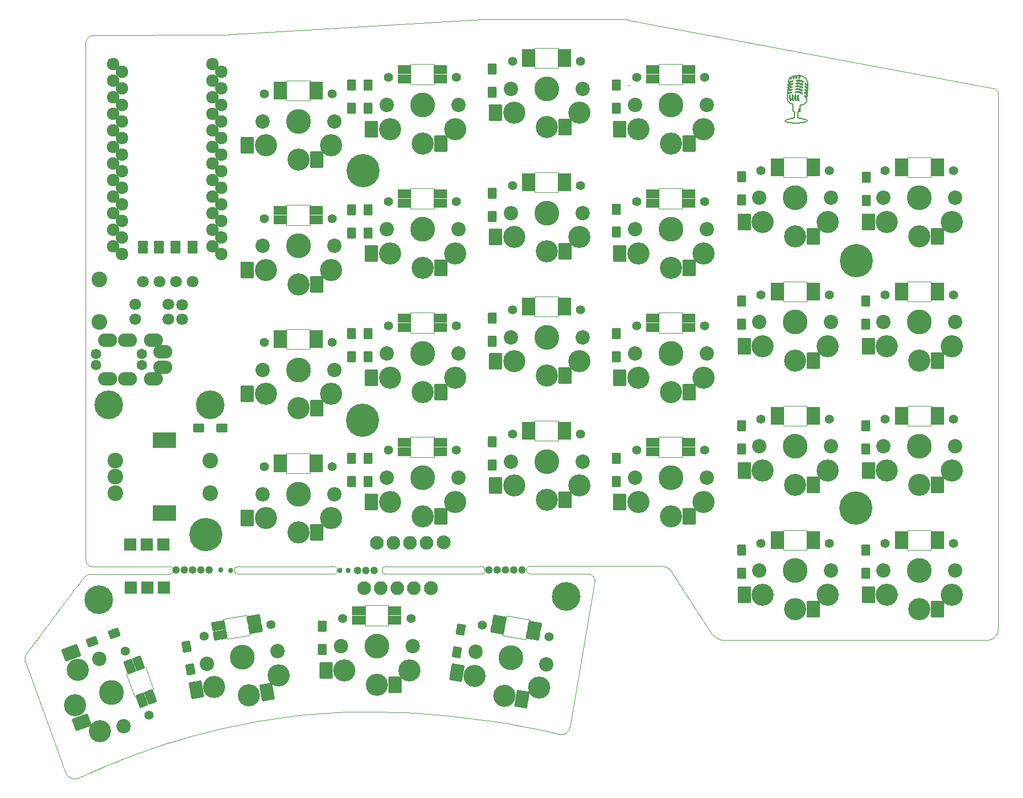
<source format=gbs>
%TF.GenerationSoftware,KiCad,Pcbnew,(6.0.0)*%
%TF.CreationDate,2022-08-16T23:55:00+02:00*%
%TF.ProjectId,SofleKeyboard,536f666c-654b-4657-9962-6f6172642e6b,rev?*%
%TF.SameCoordinates,Original*%
%TF.FileFunction,Soldermask,Bot*%
%TF.FilePolarity,Negative*%
%FSLAX46Y46*%
G04 Gerber Fmt 4.6, Leading zero omitted, Abs format (unit mm)*
G04 Created by KiCad (PCBNEW (6.0.0)) date 2022-08-16 23:55:00*
%MOMM*%
%LPD*%
G01*
G04 APERTURE LIST*
G04 Aperture macros list*
%AMRoundRect*
0 Rectangle with rounded corners*
0 $1 Rounding radius*
0 $2 $3 $4 $5 $6 $7 $8 $9 X,Y pos of 4 corners*
0 Add a 4 corners polygon primitive as box body*
4,1,4,$2,$3,$4,$5,$6,$7,$8,$9,$2,$3,0*
0 Add four circle primitives for the rounded corners*
1,1,$1+$1,$2,$3*
1,1,$1+$1,$4,$5*
1,1,$1+$1,$6,$7*
1,1,$1+$1,$8,$9*
0 Add four rect primitives between the rounded corners*
20,1,$1+$1,$2,$3,$4,$5,0*
20,1,$1+$1,$4,$5,$6,$7,0*
20,1,$1+$1,$6,$7,$8,$9,0*
20,1,$1+$1,$8,$9,$2,$3,0*%
G04 Aperture macros list end*
%ADD10C,0.200000*%
%ADD11C,0.090000*%
%TA.AperFunction,Profile*%
%ADD12C,0.120000*%
%TD*%
%ADD13C,1.187400*%
%ADD14C,4.400000*%
%ADD15C,1.797000*%
%ADD16C,1.600000*%
%ADD17O,2.900000X2.100000*%
%ADD18C,5.100000*%
%ADD19C,1.924000*%
%ADD20C,2.400000*%
%ADD21RoundRect,0.200000X-0.475000X0.650000X-0.475000X-0.650000X0.475000X-0.650000X0.475000X0.650000X0*%
%ADD22RoundRect,0.200000X-0.650000X-0.475000X0.650000X-0.475000X0.650000X0.475000X-0.650000X0.475000X0*%
%ADD23RoundRect,0.200000X0.448341X0.668667X-0.773260X0.224041X-0.448341X-0.668667X0.773260X-0.224041X0*%
%ADD24C,2.200000*%
%ADD25C,3.400000*%
%ADD26C,3.800000*%
%ADD27C,1.400000*%
%ADD28RoundRect,0.200000X0.850000X0.500000X-0.850000X0.500000X-0.850000X-0.500000X0.850000X-0.500000X0*%
%ADD29RoundRect,0.200000X0.800000X1.100000X-0.800000X1.100000X-0.800000X-1.100000X0.800000X-1.100000X0*%
%ADD30RoundRect,0.200000X0.760563X-0.627729X0.179129X0.969749X-0.760563X0.627729X-0.179129X-0.969749X0*%
%ADD31RoundRect,0.200000X1.307278X-0.375532X0.760046X1.127976X-1.307278X0.375532X-0.760046X-1.127976X0*%
%ADD32RoundRect,0.200000X-1.600000X-1.000000X1.600000X-1.000000X1.600000X1.000000X-1.600000X1.000000X0*%
%ADD33RoundRect,0.200000X0.750263X0.640005X-0.923911X0.344803X-0.750263X-0.640005X0.923911X-0.344803X0*%
%ADD34RoundRect,0.200000X0.596833X1.222207X-0.978859X0.944370X-0.596833X-1.222207X0.978859X-0.944370X0*%
%ADD35RoundRect,0.200000X0.923911X0.344803X-0.750263X0.640005X-0.923911X-0.344803X0.750263X-0.640005X0*%
%ADD36RoundRect,0.200000X0.978859X0.944370X-0.596833X1.222207X-0.978859X-0.944370X0.596833X-1.222207X0*%
%ADD37RoundRect,0.200000X-0.580655X0.557642X-0.354912X-0.722608X0.580655X-0.557642X0.354912X0.722608X0*%
%ADD38RoundRect,0.200000X-0.354912X0.722608X-0.580655X-0.557642X0.354912X-0.722608X0.580655X0.557642X0*%
%ADD39C,0.793700*%
%ADD40C,2.100000*%
%ADD41O,2.100000X2.100000*%
%ADD42C,2.152600*%
%ADD43RoundRect,0.200000X-0.762000X-0.762000X0.762000X-0.762000X0.762000X0.762000X-0.762000X0.762000X0*%
%ADD44RoundRect,0.200000X-0.762000X0.762000X-0.762000X-0.762000X0.762000X-0.762000X0.762000X0.762000X0*%
%ADD45RoundRect,0.200000X0.571500X-0.317500X0.571500X0.317500X-0.571500X0.317500X-0.571500X-0.317500X0*%
G04 APERTURE END LIST*
D10*
X197011747Y-43341991D02*
X197015256Y-43310232D01*
X197039953Y-45557446D02*
X197241922Y-45573201D01*
X197438599Y-45614761D01*
X197627338Y-45681460D01*
X197805497Y-45772635D01*
X196122740Y-46802741D02*
X196161540Y-46788637D01*
X196690707Y-48541932D02*
X196623678Y-48541932D01*
X198309966Y-44643742D02*
X198309966Y-44735468D01*
X197163438Y-44689605D02*
X197370331Y-44706658D01*
X197571779Y-44751231D01*
X197764022Y-44822386D01*
X197865463Y-44873056D01*
X196087471Y-43278494D02*
X196066283Y-43468986D01*
X196193300Y-43483111D02*
X196214465Y-43289066D01*
X196270900Y-43811192D02*
X196063291Y-43858255D01*
X195872051Y-43949597D01*
X195755859Y-44033444D01*
X196920021Y-46721609D02*
X196873278Y-46526696D01*
X196862986Y-46319542D01*
X196863564Y-46305333D01*
X196616637Y-43299660D02*
X196686762Y-43106323D01*
X196771839Y-43006848D01*
X196923552Y-44587307D02*
X196867096Y-44657846D01*
X196098043Y-43207934D02*
X196087471Y-43278494D01*
X198013623Y-43945249D02*
X197985395Y-43860586D01*
X197308068Y-46845072D02*
X197339827Y-46838010D01*
X197336296Y-48146823D02*
X197417428Y-48312640D01*
X196412020Y-48192686D02*
X196426123Y-47360135D01*
X195568876Y-46397037D02*
X195611208Y-45846705D01*
X197872525Y-45663275D02*
X197677885Y-45562842D01*
X197471672Y-45489526D01*
X197256859Y-45443990D01*
X197036422Y-45426899D01*
X198436961Y-45839664D02*
X198572040Y-45997896D01*
X198623922Y-46076019D01*
X198620412Y-44541444D02*
X198736814Y-44671971D01*
X196606044Y-43391385D02*
X196616637Y-43299660D01*
X196447289Y-43857055D02*
X196373220Y-43800598D01*
X196867096Y-44657846D02*
X196937656Y-44714302D01*
X196902386Y-44230998D02*
X196976456Y-44287433D01*
X195904019Y-46167745D02*
X195912164Y-46381197D01*
X195961788Y-46578117D01*
X196061957Y-46763297D01*
X196073346Y-46778044D01*
X198525156Y-45747938D02*
X198338173Y-45568018D01*
X196256797Y-45091777D02*
X196083939Y-45109412D01*
X197089347Y-44996520D02*
X196888261Y-45017686D01*
X197099941Y-44992989D02*
X197089347Y-44996520D01*
X197223405Y-44255695D02*
X197443204Y-44275207D01*
X197656417Y-44325864D01*
X197858514Y-44405718D01*
X197897201Y-44425022D01*
X197872525Y-49639066D02*
X198086350Y-49670408D01*
X198305990Y-49715747D01*
X198503709Y-49777535D01*
X198669632Y-49899609D01*
X198673316Y-49921306D01*
X198698013Y-45137640D02*
X198676847Y-45412795D01*
X198281738Y-45197606D02*
X198500458Y-45409264D01*
X198218241Y-46033688D02*
X198218241Y-46121882D01*
X197029381Y-45426899D02*
X196852992Y-45448086D01*
X198401692Y-44643742D02*
X198309966Y-44643742D01*
X197928960Y-43976987D02*
X197957188Y-43980518D01*
X196172134Y-46696912D02*
X196075633Y-46511681D01*
X196033004Y-46306397D01*
X196031014Y-46178317D01*
X197336296Y-48146823D02*
X197417428Y-48312640D01*
X196489621Y-43289066D02*
X196479049Y-43377261D01*
X195625311Y-45680910D02*
X195646498Y-45437492D01*
X198712117Y-44449719D02*
X198429899Y-44178073D01*
X197470353Y-48541932D02*
X197219873Y-48541932D01*
X196976456Y-44287433D02*
X197223405Y-44255695D01*
X196948228Y-43401958D02*
X197011747Y-43341991D01*
X198641578Y-45874933D02*
X198525156Y-45747938D01*
X197805497Y-45772635D02*
X197837235Y-45783208D01*
X196958821Y-44156907D02*
X196902386Y-44230998D01*
X198309966Y-46030156D02*
X198218241Y-46033688D01*
X197569120Y-48277349D02*
X197537510Y-48482732D01*
X197470353Y-48541932D01*
X196147437Y-44679011D02*
X195951301Y-44722281D01*
X195756689Y-44813136D01*
X195692340Y-44855400D01*
X196867096Y-45575081D02*
X197039953Y-45557446D01*
X198662744Y-45603287D02*
X198641578Y-45874933D01*
X198182950Y-43250266D02*
X198436961Y-43486621D01*
X197417428Y-48312640D02*
X197495050Y-48146823D01*
X195981620Y-45931390D02*
X195914591Y-45994887D01*
X198648619Y-44883629D02*
X198401692Y-44643742D01*
X196426123Y-47360135D02*
X196267369Y-47300169D01*
X198602756Y-46340603D02*
X198469807Y-46186489D01*
X198465189Y-46181848D01*
X196863564Y-46305333D02*
X196877689Y-45973721D01*
X196479049Y-43377261D02*
X196535484Y-43447820D01*
X197985395Y-44396794D02*
X197957188Y-44308599D01*
X196464924Y-45973721D02*
X196404958Y-45903162D01*
X198736814Y-44671971D02*
X198715648Y-44950657D01*
X197417428Y-47977497D02*
X197336296Y-48146823D01*
X197410387Y-43387854D02*
X197473885Y-43331419D01*
X197897201Y-44425022D02*
X197925429Y-44432084D01*
X196390854Y-43927593D02*
X196447289Y-43857055D01*
X196881221Y-46806272D02*
X196920021Y-46721609D01*
X197011747Y-43857055D02*
X197286902Y-43825295D01*
X197152845Y-46379403D02*
X197162096Y-46579628D01*
X197230924Y-46779590D01*
X197251633Y-46816844D01*
X196327357Y-45148212D02*
X196256797Y-45091777D01*
X197897201Y-44880097D02*
X197953657Y-44848359D01*
X197957188Y-44308599D02*
X197760613Y-44225303D01*
X197554412Y-44166862D01*
X197342356Y-44134685D01*
X197223405Y-44128679D01*
X196023952Y-45543321D02*
X195827899Y-45586727D01*
X195636597Y-45674046D01*
X195625311Y-45680910D01*
X196831827Y-45088246D02*
X196902386Y-45144681D01*
X196860033Y-46809803D02*
X196881221Y-46806272D01*
X195755859Y-44033444D02*
X195777024Y-43790026D01*
X196577815Y-43035076D02*
X196499437Y-43221605D01*
X196489621Y-43289066D01*
X198676847Y-45412795D02*
X198588653Y-45317538D01*
X196771839Y-43006848D02*
X197036422Y-42964517D01*
X198341704Y-44269799D02*
X198620412Y-44541444D01*
X197928960Y-44760165D02*
X197746786Y-44676208D01*
X197556343Y-44615081D01*
X197359945Y-44577106D01*
X197159907Y-44562610D01*
X198376995Y-46273574D02*
X198511842Y-46429294D01*
X198588653Y-46548751D01*
X195611208Y-45846705D02*
X195784835Y-45741114D01*
X195979219Y-45679058D01*
X196038077Y-45670316D01*
X198623922Y-46076019D02*
X198602756Y-46340603D01*
X196373220Y-43800598D02*
X196270900Y-43811192D01*
X197417428Y-48312640D02*
X197495050Y-48146823D01*
X197360993Y-46749815D02*
X197287948Y-46554392D01*
X197279840Y-46393528D01*
X198560425Y-44975354D02*
X198694354Y-45132347D01*
X198698013Y-45137640D01*
X196877689Y-45973721D02*
X196814192Y-45906693D01*
X198341704Y-44181604D02*
X198341704Y-44269799D01*
X197495050Y-48146823D02*
X197417428Y-47977497D01*
X196503746Y-46820375D02*
X196539015Y-46809803D01*
X196997622Y-43730038D02*
X196941187Y-43800598D01*
X196733038Y-46298271D02*
X196739691Y-46501485D01*
X196778750Y-46701453D01*
X196800067Y-46767471D01*
X196690707Y-49473271D02*
X196690707Y-48541932D01*
X195741734Y-44223936D02*
X195901230Y-44082661D01*
X196091366Y-43984141D01*
X196285025Y-43938187D01*
X196814192Y-45906693D02*
X196747163Y-45966659D01*
X196937656Y-44714302D02*
X197163438Y-44689605D01*
X197036422Y-45426899D02*
X197029381Y-45426899D01*
X196214465Y-43289066D02*
X196281494Y-43105636D01*
X198436961Y-43486621D02*
X198573179Y-43641216D01*
X198674773Y-43819291D01*
X198739526Y-44015975D01*
X198765219Y-44226396D01*
X198761511Y-44350931D01*
X196038077Y-49639066D02*
X196239141Y-49550573D01*
X196457697Y-49500625D01*
X196663412Y-49475378D01*
X196690707Y-49473271D01*
X198218241Y-46121882D02*
X198376995Y-46273574D01*
X196337929Y-45963128D02*
X196320294Y-46241836D01*
X195777024Y-43790026D02*
X195823054Y-43579554D01*
X195922054Y-43391180D01*
X196064981Y-43234587D01*
X196098043Y-43207934D01*
X196320294Y-46241836D02*
X196326720Y-46446219D01*
X196380197Y-46654223D01*
X196450820Y-46792168D01*
X196041608Y-47204912D02*
X195854714Y-47091719D01*
X195709822Y-46934593D01*
X195612472Y-46743282D01*
X195568206Y-46527537D01*
X195568876Y-46397037D01*
X196404958Y-45903162D02*
X196337929Y-45963128D01*
X197283371Y-42925716D02*
X197286902Y-42922185D01*
X197925429Y-44432084D02*
X197985395Y-44396794D01*
X195914591Y-45994887D02*
X195904019Y-46167745D01*
X197417428Y-47977497D02*
X197336296Y-48146823D01*
X198249979Y-45568018D02*
X198249979Y-45659744D01*
X196129802Y-43539546D02*
X196193300Y-43483111D01*
X195237264Y-49921306D02*
X195406879Y-49777535D01*
X195604605Y-49715747D01*
X195824250Y-49670408D01*
X196038077Y-49639066D01*
X197159907Y-44562610D02*
X197152845Y-44562610D01*
X196852992Y-45448086D02*
X196796536Y-45518624D01*
X196083939Y-45109412D02*
X195888634Y-45153960D01*
X195695960Y-45245106D01*
X195660602Y-45268166D01*
X196800067Y-46767471D02*
X196860033Y-46809803D01*
X196270900Y-45218772D02*
X196327357Y-45148212D01*
X197015256Y-43310232D02*
X197081178Y-43120466D01*
X197216031Y-42972180D01*
X197283371Y-42925716D01*
X198338173Y-45568018D02*
X198249979Y-45568018D01*
X197953657Y-44848359D02*
X197928960Y-44760165D01*
X196955290Y-50259958D02*
X196693620Y-50256054D01*
X196444352Y-50244726D01*
X196210396Y-50226551D01*
X195994666Y-50202102D01*
X195740412Y-50160742D01*
X195530640Y-50110618D01*
X195341498Y-50037717D01*
X195237264Y-49921306D01*
X197865463Y-44873056D02*
X197897201Y-44880097D01*
X197212811Y-44128679D02*
X196958821Y-44156907D01*
X196232100Y-45649150D02*
X196288535Y-45578612D01*
X196288535Y-45578612D02*
X196217997Y-45522155D01*
X197315130Y-45998418D02*
X197258674Y-45931390D01*
X196041608Y-46001928D02*
X195981620Y-45931390D01*
X196623678Y-48541932D02*
X196563712Y-48510194D01*
X197985395Y-43860586D02*
X197796821Y-43783078D01*
X197600818Y-43729489D01*
X197398325Y-43700285D01*
X197283371Y-43694769D01*
X196221506Y-44372096D02*
X196348523Y-44357993D01*
X197495050Y-48146823D02*
X197417428Y-47977497D01*
X197251633Y-46816844D02*
X197308068Y-46845072D01*
X195646498Y-45437492D02*
X195814302Y-45324130D01*
X196004377Y-45253451D01*
X196098043Y-45236406D01*
X197223405Y-44128679D02*
X197212811Y-44128679D01*
X197286902Y-42922185D02*
X197491923Y-42932008D01*
X197547954Y-42939820D01*
X195724099Y-44442656D02*
X195741734Y-44223936D01*
X195692340Y-44855400D02*
X195709996Y-44626108D01*
X197279840Y-46393528D02*
X197315130Y-45998418D01*
X196066283Y-43468986D02*
X196126271Y-43539546D01*
X196404958Y-44287433D02*
X196334398Y-44230998D01*
X196447289Y-46248877D02*
X196464924Y-45973721D01*
X197152845Y-44562610D02*
X196923552Y-44587307D01*
X196161540Y-46788637D02*
X196172134Y-46696912D01*
X198249979Y-45659744D02*
X198436961Y-45839664D01*
X197417428Y-48312640D02*
X197495050Y-48146823D01*
X197036422Y-42964517D02*
X196924948Y-43142839D01*
X196884730Y-43299660D01*
X198578081Y-46672214D02*
X198534918Y-46881291D01*
X198446347Y-47070910D01*
X198319150Y-47234528D01*
X198160109Y-47365607D01*
X197976006Y-47457605D01*
X197773625Y-47503983D01*
X197689074Y-47508296D01*
X197569120Y-47508296D02*
X197569120Y-48277349D01*
X197336296Y-48146823D02*
X197417428Y-48312640D01*
X195678236Y-45031789D02*
X195840145Y-44911681D01*
X196026985Y-44832870D01*
X196161540Y-44806028D01*
X197099941Y-45123515D02*
X197317978Y-45141484D01*
X197529371Y-45189118D01*
X197730823Y-45265946D01*
X197837235Y-45321070D01*
X198429899Y-44178073D02*
X198341704Y-44181604D01*
X196281494Y-43105636D02*
X196450820Y-43056242D01*
X197547954Y-42939820D02*
X197419604Y-43101876D01*
X197348687Y-43300576D01*
X197346868Y-43313763D01*
X198588653Y-45317538D02*
X198369932Y-45105880D01*
X196285025Y-43938187D02*
X196390854Y-43927593D01*
X197283371Y-43694769D02*
X197276330Y-43694769D01*
X198715648Y-44950657D02*
X198648619Y-44883629D01*
X196334398Y-44230998D02*
X196207403Y-44245102D01*
X198500458Y-45409264D02*
X198635875Y-45564328D01*
X198662744Y-45603287D01*
X196902386Y-45144681D02*
X197099941Y-45123515D01*
X196884730Y-43331419D02*
X196941187Y-43401958D01*
X196888261Y-45017686D02*
X196831827Y-45088246D01*
X198588653Y-46548751D02*
X198578081Y-46672214D01*
X196884730Y-43299660D02*
X196884730Y-43331419D01*
X196295597Y-44661377D02*
X196147437Y-44679011D01*
X197188136Y-45987825D02*
X197152845Y-46379403D01*
X196941187Y-43401958D02*
X196948228Y-43401958D01*
X196098043Y-45236406D02*
X196270900Y-45218772D01*
X198278207Y-45105880D02*
X198281738Y-45197606D01*
X196309701Y-44788372D02*
X196366157Y-44717833D01*
X198465189Y-46181848D02*
X198309966Y-46030156D01*
X196796536Y-45518624D02*
X196867096Y-45575081D01*
X197957188Y-43980518D02*
X198013623Y-43945249D01*
X196217997Y-45522155D02*
X196023952Y-45543321D01*
X197403325Y-43387854D02*
X197410387Y-43387854D01*
X197258674Y-45931390D02*
X197188136Y-45987825D01*
X196560181Y-46721609D02*
X196475689Y-46533565D01*
X196445936Y-46330908D01*
X196447289Y-46248877D01*
X197868994Y-45331663D02*
X197921898Y-45299904D01*
X198761511Y-44350931D02*
X198750938Y-44492050D01*
X197417428Y-47977497D02*
X197336296Y-48146823D01*
X197921898Y-45299904D02*
X197900732Y-45211709D01*
X196073346Y-46778044D02*
X196122740Y-46802741D01*
X196031014Y-46178317D02*
X196041608Y-46001928D01*
X198309966Y-44735468D02*
X198560425Y-44975354D01*
X196207403Y-44245102D02*
X195997580Y-44294406D01*
X195804677Y-44386940D01*
X195724099Y-44442656D01*
X197339827Y-46838010D02*
X197360993Y-46749815D01*
X196038077Y-45670316D02*
X196232100Y-45649150D01*
X197286902Y-43825295D02*
X197495362Y-43842149D01*
X197696973Y-43886518D01*
X197891091Y-43959046D01*
X197928960Y-43976987D01*
X197276330Y-43694769D02*
X196997622Y-43730038D01*
X197837235Y-45783208D02*
X197893691Y-45751470D01*
X198673316Y-49921306D02*
X198503922Y-50068094D01*
X198281045Y-50136690D01*
X198048169Y-50182603D01*
X197846208Y-50210913D01*
X197624079Y-50233335D01*
X197384695Y-50249291D01*
X197130970Y-50258208D01*
X196955290Y-50259958D01*
X196126271Y-43539546D02*
X196129802Y-43539546D01*
X196450820Y-46792168D02*
X196503746Y-46820375D01*
X197837235Y-45321070D02*
X197868994Y-45331663D01*
X196539015Y-46809803D02*
X196560181Y-46721609D01*
X197710240Y-42978642D02*
X197901981Y-43054348D01*
X198077347Y-43161688D01*
X198182950Y-43250266D01*
X196563712Y-48510194D02*
X196433774Y-48354499D01*
X196412020Y-48192686D01*
X196348523Y-44357993D02*
X196404958Y-44287433D01*
X195709996Y-44626108D02*
X195878663Y-44490853D01*
X196077091Y-44401366D01*
X196221506Y-44372096D01*
X196366157Y-44717833D02*
X196295597Y-44661377D01*
X196535484Y-43447820D02*
X196542546Y-43447820D01*
X197473885Y-43331419D02*
X197549728Y-43137831D01*
X197698128Y-42987033D01*
X197710240Y-42978642D01*
X196161540Y-44806028D02*
X196309701Y-44788372D01*
X197346868Y-43313763D02*
X197403325Y-43387854D01*
X198750938Y-44492050D02*
X198712117Y-44449719D01*
X197219873Y-49473271D02*
X197428511Y-49496696D01*
X197631684Y-49539142D01*
X197822051Y-49609516D01*
X197872525Y-49639066D01*
X197689074Y-47508296D02*
X197569120Y-47508296D01*
X196450820Y-43056242D02*
X196577815Y-43035076D01*
X197219873Y-48541932D02*
X197219873Y-49473271D01*
X195660602Y-45268166D02*
X195678236Y-45031789D01*
X197495050Y-48146823D02*
X197417428Y-47977497D01*
X196542546Y-43447820D02*
X196606044Y-43391385D01*
X196941187Y-43800598D02*
X197011747Y-43857055D01*
X196747163Y-45966659D02*
X196733038Y-46298271D01*
X196267369Y-47300169D02*
X196041608Y-47204912D01*
X197900732Y-45211709D02*
X197712603Y-45119985D01*
X197514886Y-45052077D01*
X197309894Y-45009305D01*
X197099941Y-44992989D01*
X197893691Y-45751470D02*
X197872525Y-45663275D01*
X198369932Y-45105880D02*
X198278207Y-45105880D01*
D11*
X87912739Y-117125430D02*
X87918440Y-117242752D01*
X87935201Y-117356250D01*
X87962504Y-117465408D01*
X87999832Y-117569708D01*
X88046669Y-117668634D01*
X88102497Y-117761669D01*
X88166800Y-117848297D01*
X88239062Y-117928000D01*
X88318765Y-118000261D01*
X88405392Y-118064564D01*
X88498427Y-118120393D01*
X88597353Y-118167229D01*
X88701654Y-118204557D01*
X88810811Y-118231860D01*
X88924310Y-118248621D01*
X89041632Y-118254323D01*
X162218324Y-142790013D02*
X166017748Y-120476819D01*
X78634688Y-132859332D02*
X84773030Y-149722105D01*
X149147912Y-118805741D02*
X149141400Y-118928748D01*
X149122280Y-119034082D01*
X149091172Y-119123086D01*
X149023386Y-119228913D01*
X148932113Y-119305557D01*
X148819447Y-119357550D01*
X148687479Y-119389429D01*
X148589812Y-119401745D01*
X148485116Y-119408481D01*
X148374012Y-119410979D01*
X148257121Y-119410583D01*
X148135061Y-119408637D01*
X148008454Y-119406484D01*
X147877920Y-119405468D01*
X177906363Y-119171537D02*
X183621346Y-128096832D01*
X171122432Y-34462538D02*
X170780248Y-34399041D01*
X89041632Y-118254323D02*
X100076532Y-118254323D01*
X183621346Y-128096832D02*
X183713071Y-128235064D01*
X183806789Y-128364219D01*
X183902180Y-128484606D01*
X183998920Y-128596530D01*
X184096688Y-128700300D01*
X184195163Y-128796223D01*
X184294023Y-128884606D01*
X184392946Y-128965758D01*
X184491611Y-129039985D01*
X184589695Y-129107595D01*
X184686878Y-129168895D01*
X184782837Y-129224193D01*
X184877251Y-129273797D01*
X184969798Y-129318013D01*
X185060156Y-129357150D01*
X185148004Y-129391514D01*
X185233021Y-129421414D01*
X185393271Y-129469049D01*
X185538333Y-129502514D01*
X185665634Y-129524269D01*
X185772600Y-129536775D01*
X185889292Y-129543569D01*
X185949692Y-129543212D01*
X87912739Y-92787294D02*
X87912739Y-117125430D01*
X101346523Y-118818759D02*
X101340011Y-118941766D01*
X101320891Y-119047099D01*
X101289783Y-119136104D01*
X101221997Y-119241931D01*
X101130724Y-119318574D01*
X101018058Y-119370567D01*
X100886091Y-119402446D01*
X100788423Y-119414762D01*
X100683727Y-119421498D01*
X100572624Y-119423996D01*
X100455732Y-119423600D01*
X100333673Y-119421654D01*
X100207066Y-119419501D01*
X100076532Y-119418485D01*
X87595252Y-119947652D02*
X87535762Y-120017108D01*
X87524692Y-120053481D01*
X185949692Y-129543212D02*
X186059451Y-129543212D01*
X186379631Y-129543212D01*
X186896581Y-129543212D01*
X187596653Y-129543212D01*
X188466198Y-129543212D01*
X189491567Y-129543212D01*
X190659111Y-129543212D01*
X191955180Y-129543212D01*
X193366126Y-129543212D01*
X194878299Y-129543212D01*
X196478052Y-129543212D01*
X198151733Y-129543212D01*
X199885696Y-129543212D01*
X201666289Y-129543212D01*
X203479866Y-129543212D01*
X205312775Y-129543212D01*
X207151369Y-129543212D01*
X208981999Y-129543212D01*
X210791015Y-129543212D01*
X212564768Y-129543212D01*
X214289609Y-129543212D01*
X215951890Y-129543212D01*
X217537961Y-129543212D01*
X219034173Y-129543212D01*
X220426877Y-129543212D01*
X221702424Y-129543212D01*
X222847166Y-129543212D01*
X223847452Y-129543212D01*
X224689634Y-129543212D01*
X225360064Y-129543212D01*
X225845091Y-129543212D01*
X226131068Y-129543212D01*
X89178556Y-36824266D02*
X89056504Y-36825153D01*
X162207752Y-142842938D02*
X162218324Y-142790013D01*
X156831401Y-119347926D02*
X156700866Y-119348942D01*
X156574259Y-119351096D01*
X156452199Y-119353043D01*
X156335308Y-119353440D01*
X156224204Y-119350944D01*
X156119508Y-119344210D01*
X156021841Y-119331895D01*
X155931821Y-119312656D01*
X155812488Y-119267874D01*
X155713852Y-119199954D01*
X155638005Y-119104361D01*
X155587040Y-118976561D01*
X155567920Y-118871227D01*
X155561409Y-118748221D01*
X78811077Y-131624609D02*
X78749822Y-131718793D01*
X78698077Y-131815873D01*
X78655426Y-131915436D01*
X78621456Y-132017067D01*
X78595755Y-132120353D01*
X78577909Y-132224878D01*
X78567504Y-132330230D01*
X78564128Y-132435994D01*
X171390546Y-44486572D02*
X171122432Y-44437178D01*
X134684023Y-119405468D02*
X134553488Y-119406484D01*
X134426881Y-119408637D01*
X134304822Y-119410583D01*
X134187930Y-119410979D01*
X134076826Y-119408481D01*
X133972131Y-119401745D01*
X133874463Y-119389429D01*
X133784444Y-119370188D01*
X133665111Y-119325403D01*
X133566475Y-119257480D01*
X133490628Y-119161884D01*
X133439663Y-119034082D01*
X133420543Y-118928748D01*
X133414032Y-118805741D01*
X134684023Y-118241305D02*
X147877920Y-118241305D01*
X110737466Y-118805741D02*
X110743977Y-118683130D01*
X110763097Y-118578916D01*
X110794205Y-118491652D01*
X110861991Y-118389372D01*
X110953264Y-118317091D01*
X111065930Y-118269925D01*
X111197897Y-118242989D01*
X111295565Y-118233861D01*
X111400261Y-118230106D01*
X111511364Y-118230279D01*
X111628256Y-118232932D01*
X111750315Y-118236619D01*
X111876922Y-118239892D01*
X112007457Y-118241305D01*
X227965517Y-45793759D02*
X227956404Y-45661770D01*
X227930652Y-45543165D01*
X227890638Y-45437272D01*
X227838738Y-45343419D01*
X227777329Y-45260935D01*
X227708789Y-45189148D01*
X227635495Y-45127386D01*
X227559824Y-45074977D01*
X227447060Y-45012431D01*
X227342319Y-44967152D01*
X227253623Y-44936872D01*
X227163244Y-44913579D01*
X227154132Y-44911814D01*
X100076532Y-119418485D02*
X88583026Y-119418485D01*
X88582137Y-129391746D02*
X88582137Y-129391746D01*
X112066611Y-36536873D02*
X111950673Y-36546557D01*
X111815190Y-36557650D01*
X111636418Y-36572012D01*
X111532766Y-36580207D01*
X111420651Y-36588967D01*
X111300860Y-36598206D01*
X111174180Y-36607841D01*
X111041396Y-36617787D01*
X110903296Y-36627959D01*
X110760666Y-36638274D01*
X110614292Y-36648647D01*
X110464961Y-36658994D01*
X110313460Y-36669231D01*
X110160574Y-36679272D01*
X110007091Y-36689034D01*
X109853796Y-36698433D01*
X109701476Y-36707384D01*
X109550919Y-36715803D01*
X109402909Y-36723605D01*
X109258234Y-36730706D01*
X109117680Y-36737023D01*
X108982034Y-36742470D01*
X108852082Y-36746963D01*
X108728611Y-36750418D01*
X108612406Y-36752750D01*
X108504255Y-36753876D01*
X108404945Y-36753711D01*
X125201355Y-119405468D02*
X112007457Y-119405468D01*
X133414032Y-118805741D02*
X133420543Y-118683130D01*
X133439663Y-118578916D01*
X133470771Y-118491652D01*
X133538557Y-118389372D01*
X133629829Y-118317091D01*
X133742496Y-118269925D01*
X133874463Y-118242989D01*
X133972131Y-118233861D01*
X134076826Y-118230106D01*
X134187930Y-118230279D01*
X134304822Y-118232932D01*
X134426881Y-118236619D01*
X134553488Y-118239892D01*
X134684023Y-118241305D01*
X126471346Y-118805741D02*
X126464834Y-118928748D01*
X126445714Y-119034082D01*
X126414606Y-119123086D01*
X126346820Y-119228913D01*
X126255547Y-119305557D01*
X126142881Y-119357550D01*
X126010914Y-119389429D01*
X125913246Y-119401745D01*
X125808550Y-119408481D01*
X125697447Y-119410979D01*
X125580555Y-119410583D01*
X125458496Y-119408637D01*
X125331889Y-119406484D01*
X125201355Y-119405468D01*
X164888855Y-119347926D02*
X156831401Y-119347926D01*
X155561409Y-118748221D02*
X155567920Y-118625609D01*
X155587040Y-118521395D01*
X155618148Y-118434130D01*
X155685934Y-118331848D01*
X155777207Y-118259564D01*
X155889873Y-118212394D01*
X156021841Y-118185456D01*
X156119508Y-118176325D01*
X156224204Y-118172569D01*
X156335308Y-118172740D01*
X156452199Y-118175392D01*
X156574259Y-118179078D01*
X156700866Y-118182350D01*
X156831401Y-118183763D01*
X84773030Y-149722105D02*
X84813402Y-149817302D01*
X84853425Y-149898247D01*
X84908021Y-149996013D01*
X84977810Y-150105483D01*
X85063411Y-150221543D01*
X85165446Y-150339075D01*
X85284533Y-150452963D01*
X85421294Y-150558093D01*
X85576348Y-150649347D01*
X85660928Y-150688173D01*
X85750315Y-150721611D01*
X85844585Y-150749022D01*
X85943816Y-150769767D01*
X86048085Y-150783206D01*
X86157470Y-150788700D01*
X86272048Y-150785609D01*
X86391897Y-150773294D01*
X86517095Y-150751115D01*
X86647718Y-150718433D01*
X86783846Y-150674609D01*
X227965517Y-127355985D02*
X227965517Y-127124113D01*
X227965517Y-126448142D01*
X227965517Y-125357531D01*
X227965517Y-123881744D01*
X227965517Y-122050242D01*
X227965517Y-119892487D01*
X227965517Y-117437942D01*
X227965517Y-114716068D01*
X227965517Y-111756328D01*
X227965517Y-108588183D01*
X227965517Y-105241095D01*
X227965517Y-101744527D01*
X227965517Y-98127940D01*
X227965517Y-94420797D01*
X227965517Y-90652559D01*
X227965517Y-86852689D01*
X227965517Y-83050648D01*
X227965517Y-79275899D01*
X227965517Y-75557904D01*
X227965517Y-71926124D01*
X227965517Y-68410021D01*
X227965517Y-65039059D01*
X227965517Y-61842698D01*
X227965517Y-58850401D01*
X227965517Y-56091629D01*
X227965517Y-53595845D01*
X227965517Y-51392511D01*
X227965517Y-49511089D01*
X227965517Y-47981041D01*
X227965517Y-46831828D01*
X227965517Y-46092913D01*
X227965517Y-45793759D01*
X166017748Y-120476819D02*
X166012046Y-120359496D01*
X165995285Y-120245998D01*
X165967982Y-120136840D01*
X165930654Y-120032540D01*
X165883817Y-119933614D01*
X165827989Y-119840579D01*
X165763686Y-119753951D01*
X165691424Y-119674249D01*
X165611721Y-119601987D01*
X165525094Y-119537684D01*
X165432059Y-119481855D01*
X165333133Y-119435019D01*
X165228832Y-119397691D01*
X165119675Y-119370388D01*
X165006176Y-119353627D01*
X164888855Y-119347926D01*
X112007457Y-118241305D02*
X125201355Y-118241305D01*
X148943295Y-34399041D02*
X112066611Y-36536873D01*
X160584961Y-143971832D02*
X160707512Y-143985550D01*
X160843696Y-143988833D01*
X160954531Y-143983421D01*
X161077485Y-143968733D01*
X161209198Y-143942030D01*
X161346312Y-143900574D01*
X161485467Y-143841625D01*
X161623304Y-143762446D01*
X161756464Y-143660296D01*
X161881589Y-143532438D01*
X161940089Y-143458012D01*
X161995320Y-143376132D01*
X162046862Y-143286456D01*
X162094297Y-143188640D01*
X162137203Y-143082344D01*
X162175161Y-142967224D01*
X162207752Y-142842938D01*
X108404945Y-36753711D02*
X89178556Y-36824266D01*
X122590790Y-140902661D02*
X124437918Y-140759377D01*
X126273097Y-140652261D01*
X128093264Y-140579238D01*
X129895357Y-140538236D01*
X131676314Y-140527180D01*
X133433074Y-140543997D01*
X135162575Y-140586614D01*
X136861754Y-140652957D01*
X138527550Y-140740952D01*
X140156902Y-140848527D01*
X141746747Y-140973606D01*
X143294023Y-141114118D01*
X144795670Y-141267988D01*
X146248624Y-141433143D01*
X147649824Y-141607509D01*
X148996209Y-141789014D01*
X150284715Y-141975582D01*
X151512283Y-142165141D01*
X152675849Y-142355618D01*
X153772352Y-142544938D01*
X154798730Y-142731029D01*
X155751921Y-142911816D01*
X156628864Y-143085226D01*
X157426496Y-143249186D01*
X158141756Y-143401623D01*
X158771582Y-143540461D01*
X159312913Y-143663629D01*
X159762685Y-143769053D01*
X160117838Y-143854658D01*
X160375309Y-143918372D01*
X160532037Y-143958121D01*
X160584961Y-143971832D01*
X125201355Y-118241305D02*
X125331889Y-118239892D01*
X125458496Y-118236619D01*
X125580555Y-118232932D01*
X125697447Y-118230279D01*
X125808550Y-118230106D01*
X125913246Y-118233861D01*
X126010914Y-118242989D01*
X126100933Y-118258939D01*
X126220266Y-118298820D01*
X126318902Y-118362187D01*
X126394749Y-118453924D01*
X126445714Y-118578916D01*
X126464834Y-118683130D01*
X126471346Y-118805741D01*
X78564128Y-132435994D02*
X78568824Y-132528592D01*
X78581435Y-132621195D01*
X78599743Y-132713802D01*
X78621530Y-132806412D01*
X78634688Y-132859332D01*
X147877920Y-119405468D02*
X134684023Y-119405468D01*
X87524692Y-120053481D02*
X87427221Y-120183042D01*
X87310140Y-120338667D01*
X87151725Y-120549230D01*
X86955146Y-120810514D01*
X86723576Y-121118300D01*
X86460187Y-121468370D01*
X86168149Y-121856507D01*
X85850634Y-122278491D01*
X85510815Y-122730106D01*
X85151863Y-123207132D01*
X84776949Y-123705353D01*
X84389245Y-124220549D01*
X83991923Y-124748503D01*
X83588154Y-125284996D01*
X83181110Y-125825811D01*
X82773963Y-126366729D01*
X82369884Y-126903532D01*
X81972045Y-127432003D01*
X81583618Y-127947923D01*
X81207774Y-128447074D01*
X80847685Y-128925238D01*
X80506522Y-129378196D01*
X80187458Y-129801732D01*
X79893663Y-130191626D01*
X79628311Y-130543661D01*
X79394571Y-130853618D01*
X79195616Y-131117280D01*
X79034617Y-131330427D01*
X78914747Y-131488844D01*
X78839176Y-131588310D01*
X78811077Y-131624609D01*
X147877920Y-118241305D02*
X148008454Y-118239892D01*
X148135061Y-118236619D01*
X148257121Y-118232932D01*
X148374012Y-118230279D01*
X148485116Y-118230106D01*
X148589812Y-118233861D01*
X148687479Y-118242989D01*
X148777499Y-118258939D01*
X148896832Y-118298820D01*
X148995468Y-118362187D01*
X149071315Y-118453924D01*
X149122280Y-118578916D01*
X149141400Y-118683130D01*
X149147912Y-118805741D01*
X171122432Y-44437178D02*
X171215334Y-44453432D01*
X171309039Y-44470231D01*
X171390546Y-44486572D01*
X112007457Y-119405468D02*
X111876922Y-119406484D01*
X111750315Y-119408637D01*
X111628256Y-119410583D01*
X111511364Y-119410979D01*
X111400261Y-119408481D01*
X111295565Y-119401745D01*
X111197897Y-119389429D01*
X111107878Y-119370188D01*
X110988545Y-119325403D01*
X110889909Y-119257480D01*
X110814062Y-119161884D01*
X110763097Y-119034082D01*
X110743977Y-118928748D01*
X110737466Y-118805741D01*
X227154132Y-44911814D02*
X171390546Y-34511932D01*
X156831401Y-118183763D02*
X176283572Y-118219054D01*
X176283572Y-118219054D02*
X176387549Y-118221786D01*
X176487832Y-118229750D01*
X176584446Y-118242598D01*
X176677417Y-118259981D01*
X176766770Y-118281549D01*
X176934728Y-118335847D01*
X177088527Y-118402702D01*
X177228373Y-118479324D01*
X177354473Y-118562922D01*
X177467034Y-118650705D01*
X177566263Y-118739885D01*
X177652365Y-118827668D01*
X177725549Y-118911266D01*
X177786019Y-118987888D01*
X177853342Y-119083636D01*
X177900540Y-119160840D01*
X177906363Y-119171537D01*
X171390546Y-34511932D02*
X171122432Y-34462538D01*
X86783846Y-150674609D02*
X86982582Y-150595612D01*
X87253801Y-150479208D01*
X87596191Y-150327678D01*
X88008442Y-150143300D01*
X88489241Y-149928356D01*
X89037277Y-149685126D01*
X89651240Y-149415890D01*
X90329817Y-149122928D01*
X91071698Y-148808520D01*
X91875571Y-148474947D01*
X92740126Y-148124489D01*
X93664050Y-147759426D01*
X94646032Y-147382038D01*
X95684762Y-146994605D01*
X96778927Y-146599408D01*
X97927217Y-146198727D01*
X99128320Y-145794843D01*
X100380925Y-145390034D01*
X101683721Y-144986583D01*
X103035397Y-144586768D01*
X104434640Y-144192870D01*
X105880141Y-143807169D01*
X107370587Y-143431946D01*
X108904667Y-143069480D01*
X110481070Y-142722053D01*
X112098485Y-142391943D01*
X113755601Y-142081432D01*
X115451105Y-141792800D01*
X117183688Y-141528326D01*
X118952037Y-141290292D01*
X120754841Y-141080976D01*
X122590790Y-140902661D01*
X100076532Y-118254323D02*
X100207066Y-118252910D01*
X100333673Y-118249637D01*
X100455732Y-118245950D01*
X100572624Y-118243297D01*
X100683727Y-118243124D01*
X100788423Y-118246878D01*
X100886091Y-118256007D01*
X100976110Y-118271957D01*
X101095443Y-118311837D01*
X101194079Y-118375204D01*
X101269926Y-118466942D01*
X101320891Y-118591934D01*
X101340011Y-118696148D01*
X101346523Y-118818759D01*
X226131068Y-129543212D02*
X226307040Y-129536937D01*
X226471417Y-129518648D01*
X226624594Y-129489145D01*
X226766963Y-129449229D01*
X226898920Y-129399701D01*
X227020859Y-129341363D01*
X227133172Y-129275015D01*
X227236255Y-129201457D01*
X227330501Y-129121492D01*
X227416305Y-129035920D01*
X227494060Y-128945542D01*
X227564160Y-128851159D01*
X227627000Y-128753572D01*
X227682973Y-128653583D01*
X227732474Y-128551991D01*
X227775896Y-128449598D01*
X227813634Y-128347205D01*
X227846082Y-128245613D01*
X227873633Y-128145624D01*
X227896682Y-128048037D01*
X227915623Y-127953654D01*
X227930849Y-127863276D01*
X227951735Y-127697739D01*
X227962493Y-127557833D01*
X227966274Y-127449967D01*
X227965517Y-127355985D01*
X170780248Y-34399041D02*
X170643112Y-34386626D01*
X170395480Y-34375788D01*
X170044883Y-34366449D01*
X169598852Y-34358530D01*
X169064920Y-34351955D01*
X168450618Y-34346645D01*
X167763478Y-34342525D01*
X167011032Y-34339515D01*
X166200812Y-34337538D01*
X165340349Y-34336518D01*
X164437176Y-34336376D01*
X163498825Y-34337035D01*
X162532826Y-34338417D01*
X161546712Y-34340445D01*
X160548016Y-34343041D01*
X159544268Y-34346129D01*
X158543000Y-34349630D01*
X157551745Y-34353466D01*
X156578033Y-34357561D01*
X155629398Y-34361837D01*
X154713371Y-34366216D01*
X153837483Y-34370621D01*
X153009267Y-34374974D01*
X152236255Y-34379199D01*
X151525977Y-34383216D01*
X150885967Y-34386949D01*
X150323755Y-34390321D01*
X149846874Y-34393253D01*
X149462856Y-34395669D01*
X149179232Y-34397490D01*
X149003534Y-34398640D01*
X148943295Y-34399041D01*
X88583026Y-119418485D02*
X88474870Y-119432973D01*
X88368924Y-119456239D01*
X88265537Y-119487760D01*
X88165057Y-119527012D01*
X88067834Y-119573472D01*
X87974216Y-119626618D01*
X87884552Y-119685925D01*
X87799191Y-119750871D01*
X87718482Y-119820933D01*
X87642774Y-119895588D01*
X87595252Y-119947652D01*
X89056504Y-36825153D02*
X88939181Y-36830854D01*
X88825683Y-36847615D01*
X88716525Y-36874918D01*
X88612225Y-36912246D01*
X88513299Y-36959083D01*
X88420263Y-37014911D01*
X88333636Y-37079214D01*
X88253933Y-37151476D01*
X88181671Y-37231179D01*
X88117368Y-37317806D01*
X88061540Y-37410841D01*
X88014703Y-37509767D01*
X87977375Y-37614068D01*
X87950072Y-37723225D01*
X87933311Y-37836724D01*
X87927610Y-37954046D01*
X87927610Y-37954046D02*
X87912739Y-92787294D01*
D12*
X118750000Y-43751000D02*
X118750000Y-46851000D01*
X118750000Y-46851000D02*
X122350000Y-46851000D01*
X122350000Y-46851000D02*
X122350000Y-43751000D01*
X122350000Y-43751000D02*
X118750000Y-43751000D01*
X156850000Y-38751000D02*
X156850000Y-41851000D01*
X156850000Y-41851000D02*
X160450000Y-41851000D01*
X160450000Y-41851000D02*
X160450000Y-38751000D01*
X160450000Y-38751000D02*
X156850000Y-38751000D01*
X122350000Y-84951000D02*
X122350000Y-81851000D01*
X118750000Y-84951000D02*
X122350000Y-84951000D01*
X122350000Y-81851000D02*
X118750000Y-81851000D01*
X118750000Y-81851000D02*
X118750000Y-84951000D01*
X141400000Y-79351000D02*
X137800000Y-79351000D01*
X137800000Y-79351000D02*
X137800000Y-82451000D01*
X141400000Y-82451000D02*
X141400000Y-79351000D01*
X137800000Y-82451000D02*
X141400000Y-82451000D01*
X122350000Y-100901000D02*
X118750000Y-100901000D01*
X118750000Y-100901000D02*
X118750000Y-104001000D01*
X118750000Y-104001000D02*
X122350000Y-104001000D01*
X122350000Y-104001000D02*
X122350000Y-100901000D01*
X156850000Y-95901000D02*
X156850000Y-99001000D01*
X160450000Y-95901000D02*
X156850000Y-95901000D01*
X160450000Y-99001000D02*
X160450000Y-95901000D01*
X156850000Y-99001000D02*
X160450000Y-99001000D01*
X198589120Y-112643640D02*
X194989120Y-112643640D01*
X194989120Y-115743640D02*
X198589120Y-115743640D01*
X198589120Y-115743640D02*
X198589120Y-112643640D01*
X194989120Y-112643640D02*
X194989120Y-115743640D01*
X97123922Y-133711948D02*
X94210875Y-134772211D01*
X94210875Y-134772211D02*
X95442147Y-138155104D01*
X98355194Y-137094842D02*
X97123922Y-133711948D01*
X95442147Y-138155104D02*
X98355194Y-137094842D01*
X112636646Y-125726010D02*
X109091339Y-126351143D01*
X113174956Y-128778914D02*
X112636646Y-125726010D01*
X109091339Y-126351143D02*
X109629648Y-129404047D01*
X109629648Y-129404047D02*
X113174956Y-128778914D01*
X214039120Y-74543640D02*
X214039120Y-77643640D01*
X217639120Y-77643640D02*
X217639120Y-74543640D01*
X217639120Y-74543640D02*
X214039120Y-74543640D01*
X214039120Y-77643640D02*
X217639120Y-77643640D01*
X217639120Y-93593640D02*
X214039120Y-93593640D01*
X217639120Y-96693640D02*
X217639120Y-93593640D01*
X214039120Y-96693640D02*
X217639120Y-96693640D01*
X214039120Y-93593640D02*
X214039120Y-96693640D01*
X217639120Y-112643640D02*
X214039120Y-112643640D01*
X217639120Y-115743640D02*
X217639120Y-112643640D01*
X214039120Y-115743640D02*
X217639120Y-115743640D01*
X214039120Y-112643640D02*
X214039120Y-115743640D01*
X179500000Y-44351000D02*
X179500000Y-41251000D01*
X179500000Y-41251000D02*
X175900000Y-41251000D01*
X175900000Y-44351000D02*
X179500000Y-44351000D01*
X175900000Y-41251000D02*
X175900000Y-44351000D01*
X194989120Y-58593640D02*
X198589120Y-58593640D01*
X198589120Y-55493640D02*
X194989120Y-55493640D01*
X194989120Y-55493640D02*
X194989120Y-58593640D01*
X198589120Y-58593640D02*
X198589120Y-55493640D01*
X137800000Y-60301000D02*
X137800000Y-63401000D01*
X137800000Y-63401000D02*
X141400000Y-63401000D01*
X141400000Y-63401000D02*
X141400000Y-60301000D01*
X141400000Y-60301000D02*
X137800000Y-60301000D01*
X175900000Y-60301000D02*
X175900000Y-63401000D01*
X179500000Y-60301000D02*
X175900000Y-60301000D01*
X175900000Y-63401000D02*
X179500000Y-63401000D01*
X179500000Y-63401000D02*
X179500000Y-60301000D01*
X160450000Y-57801000D02*
X156850000Y-57801000D01*
X156850000Y-60901000D02*
X160450000Y-60901000D01*
X160450000Y-60901000D02*
X160450000Y-57801000D01*
X156850000Y-57801000D02*
X156850000Y-60901000D01*
X175900000Y-82451000D02*
X179500000Y-82451000D01*
X175900000Y-79351000D02*
X175900000Y-82451000D01*
X179500000Y-79351000D02*
X175900000Y-79351000D01*
X179500000Y-82451000D02*
X179500000Y-79351000D01*
X217639120Y-55493640D02*
X214039120Y-55493640D01*
X214039120Y-58593640D02*
X217639120Y-58593640D01*
X214039120Y-55493640D02*
X214039120Y-58593640D01*
X217639120Y-58593640D02*
X217639120Y-55493640D01*
X118750000Y-65951000D02*
X122350000Y-65951000D01*
X122350000Y-65951000D02*
X122350000Y-62851000D01*
X122350000Y-62851000D02*
X118750000Y-62851000D01*
X118750000Y-62851000D02*
X118750000Y-65951000D01*
X194989120Y-77643640D02*
X198589120Y-77643640D01*
X198589120Y-77643640D02*
X198589120Y-74543640D01*
X194989120Y-74543640D02*
X194989120Y-77643640D01*
X198589120Y-74543640D02*
X194989120Y-74543640D01*
X175900000Y-98401000D02*
X175900000Y-101501000D01*
X179500000Y-98401000D02*
X175900000Y-98401000D01*
X179500000Y-101501000D02*
X179500000Y-98401000D01*
X175900000Y-101501000D02*
X179500000Y-101501000D01*
X194989120Y-93593640D02*
X194989120Y-96693640D01*
X198589120Y-93593640D02*
X194989120Y-93593640D01*
X198589120Y-96693640D02*
X198589120Y-93593640D01*
X194989120Y-96693640D02*
X198589120Y-96693640D01*
X151953284Y-128848914D02*
X155498592Y-129474047D01*
X156036901Y-126421143D02*
X152491594Y-125796010D01*
X155498592Y-129474047D02*
X156036901Y-126421143D01*
X152491594Y-125796010D02*
X151953284Y-128848914D01*
X160450000Y-76851000D02*
X156850000Y-76851000D01*
X156850000Y-76851000D02*
X156850000Y-79951000D01*
X156850000Y-79951000D02*
X160450000Y-79951000D01*
X160450000Y-79951000D02*
X160450000Y-76851000D01*
X137800000Y-41251000D02*
X137800000Y-44351000D01*
X141400000Y-44351000D02*
X141400000Y-41251000D01*
X137800000Y-44351000D02*
X141400000Y-44351000D01*
X141400000Y-41251000D02*
X137800000Y-41251000D01*
X137800000Y-101501000D02*
X141400000Y-101501000D01*
X137800000Y-98401000D02*
X137800000Y-101501000D01*
X141400000Y-98401000D02*
X137800000Y-98401000D01*
X141400000Y-101501000D02*
X141400000Y-98401000D01*
X130799120Y-127303640D02*
X134399120Y-127303640D01*
X130799120Y-124203640D02*
X130799120Y-127303640D01*
X134399120Y-124203640D02*
X130799120Y-124203640D01*
X134399120Y-127303640D02*
X134399120Y-124203640D01*
D13*
X132189120Y-118838640D03*
X129649120Y-118838640D03*
X130919120Y-118838640D03*
D14*
X161689120Y-122812640D03*
X89949120Y-123382640D03*
D15*
X95499272Y-80311965D03*
X100579272Y-80311965D03*
X95499272Y-78061965D03*
X100579272Y-78061965D03*
D16*
X96500000Y-87400000D03*
X96500000Y-85650000D03*
X89500000Y-85650000D03*
X89500000Y-87400000D03*
D17*
X98300000Y-89500000D03*
X98300000Y-83550000D03*
X94300000Y-83550000D03*
X94300000Y-89500000D03*
X91300000Y-83550000D03*
X91300000Y-89500000D03*
X99800000Y-87750000D03*
X99800000Y-85300000D03*
D15*
X102700000Y-80300000D03*
X102700000Y-78100000D03*
D18*
X106399120Y-113372640D03*
D19*
X108718815Y-42425745D03*
X92180000Y-41230000D03*
X108718815Y-44965745D03*
X92180000Y-43770000D03*
X108718815Y-47505745D03*
X92180000Y-46310000D03*
X108718815Y-50045745D03*
X92180000Y-48850000D03*
X108718815Y-52585745D03*
X92180000Y-51390000D03*
X92180000Y-53930000D03*
X108718815Y-55125745D03*
X108718815Y-57665745D03*
X92180000Y-56470000D03*
X108718815Y-60205745D03*
X92180000Y-59010000D03*
X108718815Y-62745745D03*
X92180000Y-61550000D03*
X92180000Y-64090000D03*
X108718815Y-65285745D03*
X108718815Y-67825745D03*
X92180000Y-66630000D03*
X108718815Y-70365745D03*
X92180000Y-69170000D03*
X93478815Y-70365745D03*
X107420000Y-69170000D03*
X107420000Y-66630000D03*
X93478815Y-67825745D03*
X93478815Y-65285745D03*
X107420000Y-64090000D03*
X93478815Y-62745745D03*
X107420000Y-61550000D03*
X107420000Y-59010000D03*
X93478815Y-60205745D03*
X93478815Y-57665745D03*
X107420000Y-56470000D03*
X93478815Y-55125745D03*
X107420000Y-53930000D03*
X107420000Y-51390000D03*
X93478815Y-52585745D03*
X107420000Y-48850000D03*
X93478815Y-50045745D03*
X93478815Y-47505745D03*
X107420000Y-46310000D03*
X107420000Y-43770000D03*
X93478815Y-44965745D03*
X93478815Y-42425745D03*
X107420000Y-41230000D03*
D20*
X90000000Y-74250000D03*
X90000000Y-80750000D03*
D21*
X128705000Y-44452000D03*
X128705000Y-48002000D03*
X131245000Y-44455000D03*
X131245000Y-48005000D03*
X150345000Y-41955000D03*
X150345000Y-45505000D03*
X169345000Y-44455000D03*
X169345000Y-48005000D03*
X188590120Y-58490640D03*
X188590120Y-62040640D03*
X207690120Y-58620640D03*
X207690120Y-62170640D03*
X128705000Y-82555000D03*
X128705000Y-86105000D03*
X128705000Y-101655000D03*
X128705000Y-105205000D03*
D22*
X105225000Y-97000000D03*
X108775000Y-97000000D03*
D23*
X92271132Y-128537505D03*
X88935224Y-129751677D03*
D24*
X126050000Y-50000000D03*
X115050000Y-50000000D03*
D25*
X125550000Y-53700000D03*
X120550000Y-55900000D03*
X115550000Y-53700000D03*
D26*
X120550000Y-50000000D03*
D27*
X125770000Y-45800000D03*
X115330000Y-45800000D03*
D28*
X117800000Y-44601000D03*
X117800000Y-46001000D03*
X123300000Y-46001000D03*
X123300000Y-44601000D03*
D29*
X123350000Y-55900000D03*
X112750000Y-53700000D03*
D25*
X153650000Y-48700000D03*
D27*
X163870000Y-40800000D03*
D24*
X153150000Y-45000000D03*
D25*
X163650000Y-48700000D03*
X158650000Y-50900000D03*
D27*
X153430000Y-40800000D03*
D24*
X164150000Y-45000000D03*
D26*
X158650000Y-45000000D03*
D28*
X155900000Y-39601000D03*
X155900000Y-41001000D03*
X161400000Y-41001000D03*
X161400000Y-39601000D03*
D29*
X161450000Y-50900000D03*
X150850000Y-48700000D03*
D27*
X125770000Y-83900000D03*
D26*
X120550000Y-88100000D03*
D25*
X125550000Y-91800000D03*
D24*
X115050000Y-88100000D03*
D25*
X120550000Y-94000000D03*
D24*
X126050000Y-88100000D03*
D27*
X115330000Y-83900000D03*
D25*
X115550000Y-91800000D03*
D28*
X117800000Y-82701000D03*
X117800000Y-84101000D03*
X123300000Y-84101000D03*
X123300000Y-82701000D03*
D29*
X123350000Y-94000000D03*
X112750000Y-91800000D03*
D25*
X134600000Y-89300000D03*
D26*
X139600000Y-85600000D03*
D25*
X144600000Y-89300000D03*
D27*
X144820000Y-81400000D03*
D25*
X139600000Y-91500000D03*
D27*
X134380000Y-81400000D03*
D24*
X145100000Y-85600000D03*
X134100000Y-85600000D03*
D28*
X136850000Y-80201000D03*
X136850000Y-81601000D03*
X142350000Y-81601000D03*
X142350000Y-80201000D03*
D29*
X142400000Y-91500000D03*
X131800000Y-89300000D03*
D25*
X125550000Y-110850000D03*
X115550000Y-110850000D03*
X120550000Y-113050000D03*
D27*
X125770000Y-102950000D03*
D24*
X126050000Y-107150000D03*
X115050000Y-107150000D03*
D26*
X120550000Y-107150000D03*
D27*
X115330000Y-102950000D03*
D28*
X117800000Y-101751000D03*
X117800000Y-103151000D03*
X123300000Y-103151000D03*
X123300000Y-101751000D03*
D29*
X123350000Y-113050000D03*
X112750000Y-110850000D03*
D24*
X153150000Y-102150000D03*
D25*
X158650000Y-108050000D03*
D24*
X164150000Y-102150000D03*
D26*
X158650000Y-102150000D03*
D27*
X163870000Y-97950000D03*
D25*
X153650000Y-105850000D03*
D27*
X153430000Y-97950000D03*
D25*
X163650000Y-105850000D03*
D28*
X155900000Y-96751000D03*
X155900000Y-98151000D03*
X161400000Y-98151000D03*
X161400000Y-96751000D03*
D29*
X161450000Y-108050000D03*
X150850000Y-105850000D03*
D27*
X191569120Y-114692640D03*
D24*
X191289120Y-118892640D03*
D26*
X196789120Y-118892640D03*
D24*
X202289120Y-118892640D03*
D25*
X196789120Y-124792640D03*
X191789120Y-122592640D03*
D27*
X202009120Y-114692640D03*
D25*
X201789120Y-122592640D03*
D28*
X194039120Y-113493640D03*
X194039120Y-114893640D03*
X199539120Y-114893640D03*
X199539120Y-113493640D03*
D29*
X199589120Y-124792640D03*
X188989120Y-122592640D03*
D25*
X86323233Y-139558598D03*
D24*
X89986308Y-132372370D03*
D25*
X90100657Y-143504617D03*
D27*
X97599473Y-141009390D03*
D24*
X93748530Y-142708988D03*
D26*
X91867419Y-137540679D03*
D25*
X86680456Y-134107690D03*
D27*
X94028783Y-131198999D03*
D30*
X96000264Y-133109958D03*
X94684694Y-133588786D03*
X96565805Y-138757095D03*
X97881375Y-138278267D03*
D31*
X87280889Y-142189737D03*
X85722799Y-131476551D03*
D14*
X91500000Y-93500000D03*
D15*
X96700000Y-74600000D03*
X99240000Y-74600000D03*
X101780000Y-74600000D03*
X104320000Y-74600000D03*
D14*
X107000000Y-93500000D03*
D20*
X92500000Y-102000000D03*
X92500000Y-107000000D03*
X92500000Y-104500000D03*
D32*
X100000000Y-98900000D03*
X100000000Y-110100000D03*
D20*
X107000000Y-107000000D03*
X107000000Y-102000000D03*
D25*
X117515657Y-134968188D03*
D24*
X117365563Y-131237575D03*
D27*
X116360494Y-127150004D03*
D26*
X111949120Y-132192640D03*
D24*
X106532677Y-133147705D03*
D27*
X106079101Y-128962891D03*
D25*
X107667579Y-136704670D03*
X112973644Y-138003006D03*
D33*
X108303372Y-127353195D03*
X108546480Y-128731926D03*
X113962922Y-127776861D03*
X113719815Y-126398130D03*
D34*
X115731106Y-137516791D03*
X104910118Y-137190884D03*
D26*
X215839120Y-80792640D03*
D24*
X221339120Y-80792640D03*
D27*
X221059120Y-76592640D03*
D25*
X220839120Y-84492640D03*
X210839120Y-84492640D03*
D24*
X210339120Y-80792640D03*
D25*
X215839120Y-86692640D03*
D27*
X210619120Y-76592640D03*
D28*
X213089120Y-75393640D03*
X213089120Y-76793640D03*
X218589120Y-76793640D03*
X218589120Y-75393640D03*
D29*
X218639120Y-86692640D03*
X208039120Y-84492640D03*
D25*
X210839120Y-103542640D03*
D24*
X210339120Y-99842640D03*
D25*
X215839120Y-105742640D03*
X220839120Y-103542640D03*
D27*
X221059120Y-95642640D03*
D26*
X215839120Y-99842640D03*
D24*
X221339120Y-99842640D03*
D27*
X210619120Y-95642640D03*
D28*
X213089120Y-94443640D03*
X213089120Y-95843640D03*
X218589120Y-95843640D03*
X218589120Y-94443640D03*
D29*
X218639120Y-105742640D03*
X208039120Y-103542640D03*
D24*
X210339120Y-118892640D03*
D25*
X210839120Y-122592640D03*
D26*
X215839120Y-118892640D03*
D27*
X221059120Y-114692640D03*
D24*
X221339120Y-118892640D03*
D27*
X210619120Y-114692640D03*
D25*
X220839120Y-122592640D03*
X215839120Y-124792640D03*
D28*
X213089120Y-113493640D03*
X213089120Y-114893640D03*
X218589120Y-114893640D03*
X218589120Y-113493640D03*
D29*
X218639120Y-124792640D03*
X208039120Y-122592640D03*
D27*
X182920000Y-43300000D03*
X172480000Y-43300000D03*
D26*
X177700000Y-47500000D03*
D25*
X182700000Y-51200000D03*
D24*
X172200000Y-47500000D03*
D25*
X172700000Y-51200000D03*
D24*
X183200000Y-47500000D03*
D25*
X177700000Y-53400000D03*
D28*
X174950000Y-42101000D03*
X174950000Y-43501000D03*
X180450000Y-43501000D03*
X180450000Y-42101000D03*
D29*
X180500000Y-53400000D03*
X169900000Y-51200000D03*
D18*
X206164120Y-71357640D03*
D21*
X128705000Y-63555000D03*
X128705000Y-67105000D03*
X131245000Y-63555000D03*
X131245000Y-67105000D03*
X150345000Y-61045000D03*
X150345000Y-64595000D03*
X169345000Y-63455000D03*
X169345000Y-67005000D03*
X188590120Y-77520640D03*
X188590120Y-81070640D03*
X207590120Y-77520640D03*
X207590120Y-81070640D03*
D25*
X191789120Y-65442640D03*
D24*
X191289120Y-61742640D03*
D25*
X201789120Y-65442640D03*
D27*
X202009120Y-57542640D03*
D26*
X196789120Y-61742640D03*
D24*
X202289120Y-61742640D03*
D27*
X191569120Y-57542640D03*
D25*
X196789120Y-67642640D03*
D28*
X194039120Y-56343640D03*
X194039120Y-57743640D03*
X199539120Y-57743640D03*
X199539120Y-56343640D03*
D29*
X199589120Y-67642640D03*
X188989120Y-65442640D03*
D24*
X145100000Y-66550000D03*
D27*
X144820000Y-62350000D03*
X134380000Y-62350000D03*
D26*
X139600000Y-66550000D03*
D24*
X134100000Y-66550000D03*
D25*
X139600000Y-72450000D03*
X144600000Y-70250000D03*
X134600000Y-70250000D03*
D28*
X136850000Y-61151000D03*
X136850000Y-62551000D03*
X142350000Y-62551000D03*
X142350000Y-61151000D03*
D29*
X142400000Y-72450000D03*
X131800000Y-70250000D03*
D26*
X177700000Y-66550000D03*
D27*
X172480000Y-62350000D03*
D25*
X172700000Y-70250000D03*
D24*
X172200000Y-66550000D03*
X183200000Y-66550000D03*
D27*
X182920000Y-62350000D03*
D25*
X182700000Y-70250000D03*
X177700000Y-72450000D03*
D28*
X174950000Y-61151000D03*
X174950000Y-62551000D03*
X180450000Y-62551000D03*
X180450000Y-61151000D03*
D29*
X180500000Y-72450000D03*
X169900000Y-70250000D03*
D25*
X158650000Y-69950000D03*
X163650000Y-67750000D03*
D24*
X153150000Y-64050000D03*
X164150000Y-64050000D03*
D27*
X163870000Y-59850000D03*
X153430000Y-59850000D03*
D25*
X153650000Y-67750000D03*
D26*
X158650000Y-64050000D03*
D28*
X155900000Y-58651000D03*
X155900000Y-60051000D03*
X161400000Y-60051000D03*
X161400000Y-58651000D03*
D29*
X161450000Y-69950000D03*
X150850000Y-67750000D03*
D26*
X177700000Y-85600000D03*
D27*
X172480000Y-81400000D03*
D24*
X183200000Y-85600000D03*
D27*
X182920000Y-81400000D03*
D24*
X172200000Y-85600000D03*
D25*
X177700000Y-91500000D03*
X172700000Y-89300000D03*
X182700000Y-89300000D03*
D28*
X174950000Y-80201000D03*
X174950000Y-81601000D03*
X180450000Y-81601000D03*
X180450000Y-80201000D03*
D29*
X180500000Y-91500000D03*
X169900000Y-89300000D03*
D24*
X221339120Y-61742640D03*
D25*
X215839120Y-67642640D03*
D27*
X210619120Y-57542640D03*
D24*
X210339120Y-61742640D03*
D25*
X220839120Y-65442640D03*
X210839120Y-65442640D03*
D27*
X221059120Y-57542640D03*
D26*
X215839120Y-61742640D03*
D28*
X213089120Y-56343640D03*
X213089120Y-57743640D03*
X218589120Y-57743640D03*
X218589120Y-56343640D03*
D29*
X218639120Y-67642640D03*
X208039120Y-65442640D03*
D26*
X120550000Y-69100000D03*
D27*
X115330000Y-64900000D03*
D25*
X115550000Y-72800000D03*
D27*
X125770000Y-64900000D03*
D24*
X115050000Y-69100000D03*
D25*
X125550000Y-72800000D03*
X120550000Y-75000000D03*
D24*
X126050000Y-69100000D03*
D28*
X117800000Y-63701000D03*
X117800000Y-65101000D03*
X123300000Y-65101000D03*
X123300000Y-63701000D03*
D29*
X123350000Y-75000000D03*
X112750000Y-72800000D03*
D27*
X202009120Y-76592640D03*
X191569120Y-76592640D03*
D26*
X196789120Y-80792640D03*
D25*
X191789120Y-84492640D03*
D24*
X191289120Y-80792640D03*
X202289120Y-80792640D03*
D25*
X196789120Y-86692640D03*
X201789120Y-84492640D03*
D28*
X194039120Y-75393640D03*
X194039120Y-76793640D03*
X199539120Y-76793640D03*
X199539120Y-75393640D03*
D29*
X199589120Y-86692640D03*
X188989120Y-84492640D03*
D24*
X183200000Y-104650000D03*
D25*
X177700000Y-110550000D03*
D27*
X182920000Y-100450000D03*
X172480000Y-100450000D03*
D25*
X182700000Y-108350000D03*
D26*
X177700000Y-104650000D03*
D25*
X172700000Y-108350000D03*
D24*
X172200000Y-104650000D03*
D28*
X174950000Y-99251000D03*
X174950000Y-100651000D03*
X180450000Y-100651000D03*
X180450000Y-99251000D03*
D29*
X180500000Y-110550000D03*
X169900000Y-108350000D03*
D25*
X196789120Y-105742640D03*
X191789120Y-103542640D03*
D24*
X202289120Y-99842640D03*
X191289120Y-99842640D03*
D26*
X196789120Y-99842640D03*
D27*
X191569120Y-95642640D03*
X202009120Y-95642640D03*
D25*
X201789120Y-103542640D03*
D28*
X194039120Y-94443640D03*
X194039120Y-95843640D03*
X199539120Y-95843640D03*
X199539120Y-94443640D03*
D29*
X199589120Y-105742640D03*
X188989120Y-103542640D03*
D26*
X153179120Y-132262640D03*
D25*
X157460661Y-136774670D03*
D27*
X159049139Y-129032891D03*
X148767746Y-127220004D03*
D24*
X158595563Y-133217705D03*
D25*
X147612583Y-135038188D03*
X152154596Y-138073006D03*
D24*
X147762677Y-131307575D03*
D35*
X151408425Y-126468130D03*
X151165318Y-127846861D03*
X156581760Y-128801926D03*
X156824868Y-127423195D03*
D36*
X154912057Y-138559221D03*
X144855121Y-134551973D03*
D25*
X163650000Y-86800000D03*
X158650000Y-89000000D03*
D26*
X158650000Y-83100000D03*
D27*
X153430000Y-78900000D03*
D24*
X153150000Y-83100000D03*
D27*
X163870000Y-78900000D03*
D24*
X164150000Y-83100000D03*
D25*
X153650000Y-86800000D03*
D28*
X155900000Y-77701000D03*
X155900000Y-79101000D03*
X161400000Y-79101000D03*
X161400000Y-77701000D03*
D29*
X161450000Y-89000000D03*
X150850000Y-86800000D03*
D24*
X145100000Y-47500000D03*
X134100000Y-47500000D03*
D25*
X144600000Y-51200000D03*
D27*
X144820000Y-43300000D03*
D26*
X139600000Y-47500000D03*
D27*
X134380000Y-43300000D03*
D25*
X139600000Y-53400000D03*
X134600000Y-51200000D03*
D28*
X136850000Y-42101000D03*
X136850000Y-43501000D03*
X142350000Y-43501000D03*
X142350000Y-42101000D03*
D29*
X142400000Y-53400000D03*
X131800000Y-51200000D03*
D37*
X103399710Y-130525648D03*
X104016162Y-134021716D03*
D24*
X134100000Y-104650000D03*
X145100000Y-104650000D03*
D27*
X134380000Y-100450000D03*
X144820000Y-100450000D03*
D25*
X134600000Y-108350000D03*
X139600000Y-110550000D03*
X144600000Y-108350000D03*
D26*
X139600000Y-104650000D03*
D28*
X136850000Y-99251000D03*
X136850000Y-100651000D03*
X142350000Y-100651000D03*
X142350000Y-99251000D03*
D29*
X142400000Y-110550000D03*
X131800000Y-108350000D03*
D18*
X206094120Y-109277640D03*
D21*
X150345000Y-80145000D03*
X150345000Y-83695000D03*
X169345000Y-82555000D03*
X169345000Y-86105000D03*
X188590120Y-96720640D03*
X188590120Y-100270640D03*
X207590120Y-96720640D03*
X207590120Y-100270640D03*
X124190120Y-127410640D03*
X124190120Y-130960640D03*
D38*
X145470743Y-127906844D03*
X144854291Y-131402912D03*
D21*
X207640120Y-115720640D03*
X207640120Y-119270640D03*
X131245000Y-101655000D03*
X131245000Y-105205000D03*
X150345000Y-99145000D03*
X150345000Y-102695000D03*
X169345000Y-101655000D03*
X169345000Y-105205000D03*
X188590120Y-115720640D03*
X188590120Y-119270640D03*
X131245000Y-82555000D03*
X131245000Y-86105000D03*
D26*
X132599120Y-130452640D03*
D25*
X127599120Y-134152640D03*
D27*
X127379120Y-126252640D03*
X137819120Y-126252640D03*
D24*
X127099120Y-130452640D03*
D25*
X137599120Y-134152640D03*
D24*
X138099120Y-130452640D03*
D25*
X132599120Y-136352640D03*
D28*
X129849120Y-125053640D03*
X129849120Y-126453640D03*
X135349120Y-126453640D03*
X135349120Y-125053640D03*
D29*
X135399120Y-136352640D03*
X124799120Y-134152640D03*
D18*
X130527120Y-57573640D03*
X130375120Y-95852640D03*
D39*
X126969120Y-118842640D03*
D40*
X132649120Y-114592640D03*
D41*
X135189120Y-114592640D03*
X137729120Y-114592640D03*
X140269120Y-114592640D03*
D42*
X140879120Y-121562640D03*
D13*
X151059120Y-118788640D03*
X154869120Y-118788640D03*
X149789120Y-118788640D03*
X153599120Y-118788640D03*
X152329120Y-118788640D03*
D39*
X128169120Y-118848640D03*
D43*
X99829120Y-114892640D03*
D44*
X94729120Y-114892640D03*
X97329120Y-114892640D03*
D43*
X99929120Y-121452640D03*
D44*
X94829120Y-121452640D03*
X97429120Y-121452640D03*
D42*
X142889120Y-114572640D03*
D13*
X104369120Y-118798640D03*
X101829120Y-118798640D03*
X106909120Y-118798640D03*
X105639120Y-118798640D03*
X103099120Y-118798640D03*
D40*
X130639120Y-121582640D03*
D41*
X133179120Y-121582640D03*
X135719120Y-121582640D03*
X138259120Y-121582640D03*
D39*
X110139120Y-118852640D03*
X108609120Y-118822640D03*
D45*
X101700000Y-69800380D03*
X101700000Y-68799620D03*
X99200000Y-69800380D03*
X99200000Y-68799620D03*
X96700000Y-69800380D03*
X96700000Y-68799620D03*
X104300000Y-69800380D03*
X104300000Y-68799620D03*
M02*

</source>
